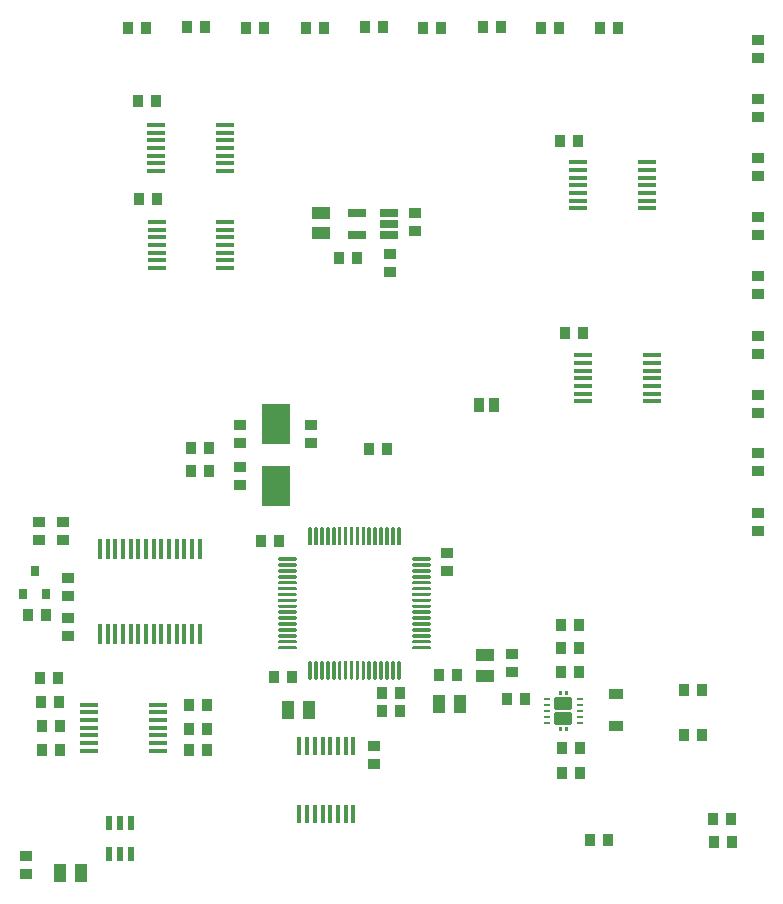
<source format=gbr>
G04 #@! TF.GenerationSoftware,KiCad,Pcbnew,5.1.9*
G04 #@! TF.CreationDate,2021-02-09T23:32:47+01:00*
G04 #@! TF.ProjectId,main_board,6d61696e-5f62-46f6-9172-642e6b696361,1*
G04 #@! TF.SameCoordinates,Original*
G04 #@! TF.FileFunction,Paste,Bot*
G04 #@! TF.FilePolarity,Positive*
%FSLAX46Y46*%
G04 Gerber Fmt 4.6, Leading zero omitted, Abs format (unit mm)*
G04 Created by KiCad (PCBNEW 5.1.9) date 2021-02-09 23:32:47*
%MOMM*%
%LPD*%
G01*
G04 APERTURE LIST*
%ADD10R,0.300000X1.500000*%
%ADD11R,1.500000X0.300000*%
%ADD12R,0.620000X1.220000*%
%ADD13R,1.066800X1.574800*%
%ADD14R,1.574800X1.066800*%
%ADD15R,1.066800X0.914400*%
%ADD16R,0.914400X1.066800*%
%ADD17R,0.970000X1.270000*%
%ADD18R,1.200000X0.900000*%
%ADD19R,0.800000X0.900000*%
%ADD20R,0.600000X0.240000*%
%ADD21R,1.560000X0.650000*%
%ADD22R,0.450000X1.750000*%
%ADD23R,2.400000X3.500000*%
G04 APERTURE END LIST*
D10*
X252979760Y-51435680D03*
X252979760Y-57235680D03*
X257529760Y-57235680D03*
X256879760Y-57235680D03*
X256229760Y-57235680D03*
X255579760Y-57235680D03*
X254929760Y-57235680D03*
X254279760Y-57235680D03*
X253629760Y-57235680D03*
X253629760Y-51435680D03*
X254279760Y-51435680D03*
X254929760Y-51435680D03*
X255579760Y-51435680D03*
X256229760Y-51435680D03*
X256879760Y-51435680D03*
X257529760Y-51435680D03*
D11*
X246704440Y-7072200D03*
X246704440Y-7722200D03*
X246704440Y-8372200D03*
X246704440Y-9022200D03*
X246704440Y-9672200D03*
X246704440Y-10322200D03*
X246704440Y-10972200D03*
X240904440Y-10972200D03*
X240904440Y-10322200D03*
X240904440Y-9672200D03*
X240904440Y-9022200D03*
X240904440Y-8372200D03*
X240904440Y-7722200D03*
X240904440Y-7072200D03*
X246658720Y1121840D03*
X246658720Y471840D03*
X246658720Y-178160D03*
X246658720Y-828160D03*
X246658720Y-1478160D03*
X246658720Y-2128160D03*
X246658720Y-2778160D03*
X240858720Y-2778160D03*
X240858720Y-2128160D03*
X240858720Y-1478160D03*
X240858720Y-828160D03*
X240858720Y-178160D03*
X240858720Y471840D03*
X240858720Y1121840D03*
X282397801Y-2017481D03*
X282397801Y-2667481D03*
X282397801Y-3317481D03*
X282397801Y-3967481D03*
X282397801Y-4617481D03*
X282397801Y-5267481D03*
X282397801Y-5917481D03*
X276597801Y-5917481D03*
X276597801Y-5267481D03*
X276597801Y-4617481D03*
X276597801Y-3967481D03*
X276597801Y-3317481D03*
X276597801Y-2667481D03*
X276597801Y-2017481D03*
X282782600Y-18370120D03*
X282782600Y-19020120D03*
X282782600Y-19670120D03*
X282782600Y-20320120D03*
X282782600Y-20970120D03*
X282782600Y-21620120D03*
X282782600Y-22270120D03*
X276982600Y-22270120D03*
X276982600Y-21620120D03*
X276982600Y-20970120D03*
X276982600Y-20320120D03*
X276982600Y-19670120D03*
X276982600Y-19020120D03*
X276982600Y-18370120D03*
X240999600Y-47940800D03*
X240999600Y-48590800D03*
X240999600Y-49240800D03*
X240999600Y-49890800D03*
X240999600Y-50540800D03*
X240999600Y-51190800D03*
X240999600Y-51840800D03*
X235199600Y-51840800D03*
X235199600Y-51190800D03*
X235199600Y-50540800D03*
X235199600Y-49890800D03*
X235199600Y-49240800D03*
X235199600Y-48590800D03*
X235199600Y-47940800D03*
D12*
X236829600Y-60557400D03*
X237779600Y-60557400D03*
X238729600Y-60557400D03*
X238729600Y-57937400D03*
X237779600Y-57937400D03*
X236829600Y-57937400D03*
D13*
X234442000Y-62214760D03*
X232714800Y-62214760D03*
X266527280Y-47919640D03*
X264800080Y-47919640D03*
D14*
X268686280Y-45496480D03*
X268686280Y-43769280D03*
D13*
X252018800Y-48427640D03*
X253746000Y-48427640D03*
D14*
X254802640Y-8016240D03*
X254802640Y-6289040D03*
D15*
X230886000Y-32512000D03*
X230886000Y-34036000D03*
D16*
X275198840Y-51643280D03*
X276722840Y-51643280D03*
X275198840Y-53726080D03*
X276722840Y-53726080D03*
X275148040Y-41178480D03*
X276672040Y-41178480D03*
X275148040Y-45166280D03*
X276672040Y-45166280D03*
X275148040Y-43185080D03*
X276672040Y-43185080D03*
X275056600Y-218440D03*
X276580600Y-218440D03*
X239379760Y-5140960D03*
X240903760Y-5140960D03*
D15*
X265470640Y-35097720D03*
X265470640Y-36621720D03*
D16*
X250825000Y-45598080D03*
X252349000Y-45598080D03*
X239318800Y3185160D03*
X240842800Y3185160D03*
X288042240Y-59582080D03*
X289566240Y-59582080D03*
D15*
X247980200Y-27843480D03*
X247980200Y-29367480D03*
X247980200Y-25760680D03*
X247980200Y-24236680D03*
D16*
X245292880Y-28183840D03*
X243768880Y-28183840D03*
X243773960Y-26238200D03*
X245297960Y-26238200D03*
X266273280Y-45476160D03*
X264749280Y-45476160D03*
X249732800Y-34091880D03*
X251256800Y-34091880D03*
X275468080Y-16489680D03*
X276992080Y-16489680D03*
D15*
X262773160Y-7833360D03*
X262773160Y-6309360D03*
D16*
X231038400Y-45720000D03*
X232562400Y-45720000D03*
D15*
X259262880Y-52943760D03*
X259262880Y-51419760D03*
X232918000Y-32512000D03*
X232918000Y-34036000D03*
X229814120Y-62283340D03*
X229814120Y-60759340D03*
D16*
X272084800Y-47498000D03*
X270560800Y-47498000D03*
X264972165Y9342120D03*
X263448165Y9342120D03*
D17*
X268198680Y-22590760D03*
X269478680Y-22590760D03*
D18*
X279745440Y-49742080D03*
X279745440Y-47042080D03*
D19*
X230550720Y-36612320D03*
X229600720Y-38612320D03*
X231500720Y-38612320D03*
D20*
X273900440Y-47493680D03*
X273900440Y-47993680D03*
X273900440Y-48493680D03*
X273900440Y-48993680D03*
X273900440Y-49493680D03*
X276700440Y-49493680D03*
X276700440Y-48993680D03*
X276700440Y-48493680D03*
X276700440Y-47993680D03*
X276700440Y-47493680D03*
G36*
G01*
X275175440Y-49878680D02*
X275175440Y-50168680D01*
G75*
G02*
X275150440Y-50193680I-25000J0D01*
G01*
X274950440Y-50193680D01*
G75*
G02*
X274925440Y-50168680I0J25000D01*
G01*
X274925440Y-49878680D01*
G75*
G02*
X274950440Y-49853680I25000J0D01*
G01*
X275150440Y-49853680D01*
G75*
G02*
X275175440Y-49878680I0J-25000D01*
G01*
G37*
G36*
G01*
X275675440Y-49878680D02*
X275675440Y-50168680D01*
G75*
G02*
X275650440Y-50193680I-25000J0D01*
G01*
X275450440Y-50193680D01*
G75*
G02*
X275425440Y-50168680I0J25000D01*
G01*
X275425440Y-49878680D01*
G75*
G02*
X275450440Y-49853680I25000J0D01*
G01*
X275650440Y-49853680D01*
G75*
G02*
X275675440Y-49878680I0J-25000D01*
G01*
G37*
G36*
G01*
X275175440Y-46818680D02*
X275175440Y-47108680D01*
G75*
G02*
X275150440Y-47133680I-25000J0D01*
G01*
X274950440Y-47133680D01*
G75*
G02*
X274925440Y-47108680I0J25000D01*
G01*
X274925440Y-46818680D01*
G75*
G02*
X274950440Y-46793680I25000J0D01*
G01*
X275150440Y-46793680D01*
G75*
G02*
X275175440Y-46818680I0J-25000D01*
G01*
G37*
G36*
G01*
X275675440Y-46818680D02*
X275675440Y-47108680D01*
G75*
G02*
X275650440Y-47133680I-25000J0D01*
G01*
X275450440Y-47133680D01*
G75*
G02*
X275425440Y-47108680I0J25000D01*
G01*
X275425440Y-46818680D01*
G75*
G02*
X275450440Y-46793680I25000J0D01*
G01*
X275650440Y-46793680D01*
G75*
G02*
X275675440Y-46818680I0J-25000D01*
G01*
G37*
G36*
G01*
X276050440Y-47439680D02*
X276050440Y-48287680D01*
G75*
G02*
X275944440Y-48393680I-106000J0D01*
G01*
X274656440Y-48393680D01*
G75*
G02*
X274550440Y-48287680I0J106000D01*
G01*
X274550440Y-47439680D01*
G75*
G02*
X274656440Y-47333680I106000J0D01*
G01*
X275944440Y-47333680D01*
G75*
G02*
X276050440Y-47439680I0J-106000D01*
G01*
G37*
G36*
G01*
X276050440Y-48699680D02*
X276050440Y-49547680D01*
G75*
G02*
X275944440Y-49653680I-106000J0D01*
G01*
X274656440Y-49653680D01*
G75*
G02*
X274550440Y-49547680I0J106000D01*
G01*
X274550440Y-48699680D01*
G75*
G02*
X274656440Y-48593680I106000J0D01*
G01*
X275944440Y-48593680D01*
G75*
G02*
X276050440Y-48699680I0J-106000D01*
G01*
G37*
G36*
G01*
X251257200Y-35470000D02*
X252657200Y-35470000D01*
G75*
G02*
X252732200Y-35545000I0J-75000D01*
G01*
X252732200Y-35695000D01*
G75*
G02*
X252657200Y-35770000I-75000J0D01*
G01*
X251257200Y-35770000D01*
G75*
G02*
X251182200Y-35695000I0J75000D01*
G01*
X251182200Y-35545000D01*
G75*
G02*
X251257200Y-35470000I75000J0D01*
G01*
G37*
G36*
G01*
X251257200Y-35970000D02*
X252657200Y-35970000D01*
G75*
G02*
X252732200Y-36045000I0J-75000D01*
G01*
X252732200Y-36195000D01*
G75*
G02*
X252657200Y-36270000I-75000J0D01*
G01*
X251257200Y-36270000D01*
G75*
G02*
X251182200Y-36195000I0J75000D01*
G01*
X251182200Y-36045000D01*
G75*
G02*
X251257200Y-35970000I75000J0D01*
G01*
G37*
G36*
G01*
X251257200Y-36470000D02*
X252657200Y-36470000D01*
G75*
G02*
X252732200Y-36545000I0J-75000D01*
G01*
X252732200Y-36695000D01*
G75*
G02*
X252657200Y-36770000I-75000J0D01*
G01*
X251257200Y-36770000D01*
G75*
G02*
X251182200Y-36695000I0J75000D01*
G01*
X251182200Y-36545000D01*
G75*
G02*
X251257200Y-36470000I75000J0D01*
G01*
G37*
G36*
G01*
X251257200Y-36970000D02*
X252657200Y-36970000D01*
G75*
G02*
X252732200Y-37045000I0J-75000D01*
G01*
X252732200Y-37195000D01*
G75*
G02*
X252657200Y-37270000I-75000J0D01*
G01*
X251257200Y-37270000D01*
G75*
G02*
X251182200Y-37195000I0J75000D01*
G01*
X251182200Y-37045000D01*
G75*
G02*
X251257200Y-36970000I75000J0D01*
G01*
G37*
G36*
G01*
X251257200Y-37470000D02*
X252657200Y-37470000D01*
G75*
G02*
X252732200Y-37545000I0J-75000D01*
G01*
X252732200Y-37695000D01*
G75*
G02*
X252657200Y-37770000I-75000J0D01*
G01*
X251257200Y-37770000D01*
G75*
G02*
X251182200Y-37695000I0J75000D01*
G01*
X251182200Y-37545000D01*
G75*
G02*
X251257200Y-37470000I75000J0D01*
G01*
G37*
G36*
G01*
X251257200Y-37970000D02*
X252657200Y-37970000D01*
G75*
G02*
X252732200Y-38045000I0J-75000D01*
G01*
X252732200Y-38195000D01*
G75*
G02*
X252657200Y-38270000I-75000J0D01*
G01*
X251257200Y-38270000D01*
G75*
G02*
X251182200Y-38195000I0J75000D01*
G01*
X251182200Y-38045000D01*
G75*
G02*
X251257200Y-37970000I75000J0D01*
G01*
G37*
G36*
G01*
X251257200Y-38470000D02*
X252657200Y-38470000D01*
G75*
G02*
X252732200Y-38545000I0J-75000D01*
G01*
X252732200Y-38695000D01*
G75*
G02*
X252657200Y-38770000I-75000J0D01*
G01*
X251257200Y-38770000D01*
G75*
G02*
X251182200Y-38695000I0J75000D01*
G01*
X251182200Y-38545000D01*
G75*
G02*
X251257200Y-38470000I75000J0D01*
G01*
G37*
G36*
G01*
X251257200Y-38970000D02*
X252657200Y-38970000D01*
G75*
G02*
X252732200Y-39045000I0J-75000D01*
G01*
X252732200Y-39195000D01*
G75*
G02*
X252657200Y-39270000I-75000J0D01*
G01*
X251257200Y-39270000D01*
G75*
G02*
X251182200Y-39195000I0J75000D01*
G01*
X251182200Y-39045000D01*
G75*
G02*
X251257200Y-38970000I75000J0D01*
G01*
G37*
G36*
G01*
X251257200Y-39470000D02*
X252657200Y-39470000D01*
G75*
G02*
X252732200Y-39545000I0J-75000D01*
G01*
X252732200Y-39695000D01*
G75*
G02*
X252657200Y-39770000I-75000J0D01*
G01*
X251257200Y-39770000D01*
G75*
G02*
X251182200Y-39695000I0J75000D01*
G01*
X251182200Y-39545000D01*
G75*
G02*
X251257200Y-39470000I75000J0D01*
G01*
G37*
G36*
G01*
X251257200Y-39970000D02*
X252657200Y-39970000D01*
G75*
G02*
X252732200Y-40045000I0J-75000D01*
G01*
X252732200Y-40195000D01*
G75*
G02*
X252657200Y-40270000I-75000J0D01*
G01*
X251257200Y-40270000D01*
G75*
G02*
X251182200Y-40195000I0J75000D01*
G01*
X251182200Y-40045000D01*
G75*
G02*
X251257200Y-39970000I75000J0D01*
G01*
G37*
G36*
G01*
X251257200Y-40470000D02*
X252657200Y-40470000D01*
G75*
G02*
X252732200Y-40545000I0J-75000D01*
G01*
X252732200Y-40695000D01*
G75*
G02*
X252657200Y-40770000I-75000J0D01*
G01*
X251257200Y-40770000D01*
G75*
G02*
X251182200Y-40695000I0J75000D01*
G01*
X251182200Y-40545000D01*
G75*
G02*
X251257200Y-40470000I75000J0D01*
G01*
G37*
G36*
G01*
X251257200Y-40970000D02*
X252657200Y-40970000D01*
G75*
G02*
X252732200Y-41045000I0J-75000D01*
G01*
X252732200Y-41195000D01*
G75*
G02*
X252657200Y-41270000I-75000J0D01*
G01*
X251257200Y-41270000D01*
G75*
G02*
X251182200Y-41195000I0J75000D01*
G01*
X251182200Y-41045000D01*
G75*
G02*
X251257200Y-40970000I75000J0D01*
G01*
G37*
G36*
G01*
X251257200Y-41470000D02*
X252657200Y-41470000D01*
G75*
G02*
X252732200Y-41545000I0J-75000D01*
G01*
X252732200Y-41695000D01*
G75*
G02*
X252657200Y-41770000I-75000J0D01*
G01*
X251257200Y-41770000D01*
G75*
G02*
X251182200Y-41695000I0J75000D01*
G01*
X251182200Y-41545000D01*
G75*
G02*
X251257200Y-41470000I75000J0D01*
G01*
G37*
G36*
G01*
X251257200Y-41970000D02*
X252657200Y-41970000D01*
G75*
G02*
X252732200Y-42045000I0J-75000D01*
G01*
X252732200Y-42195000D01*
G75*
G02*
X252657200Y-42270000I-75000J0D01*
G01*
X251257200Y-42270000D01*
G75*
G02*
X251182200Y-42195000I0J75000D01*
G01*
X251182200Y-42045000D01*
G75*
G02*
X251257200Y-41970000I75000J0D01*
G01*
G37*
G36*
G01*
X251257200Y-42470000D02*
X252657200Y-42470000D01*
G75*
G02*
X252732200Y-42545000I0J-75000D01*
G01*
X252732200Y-42695000D01*
G75*
G02*
X252657200Y-42770000I-75000J0D01*
G01*
X251257200Y-42770000D01*
G75*
G02*
X251182200Y-42695000I0J75000D01*
G01*
X251182200Y-42545000D01*
G75*
G02*
X251257200Y-42470000I75000J0D01*
G01*
G37*
G36*
G01*
X251257200Y-42970000D02*
X252657200Y-42970000D01*
G75*
G02*
X252732200Y-43045000I0J-75000D01*
G01*
X252732200Y-43195000D01*
G75*
G02*
X252657200Y-43270000I-75000J0D01*
G01*
X251257200Y-43270000D01*
G75*
G02*
X251182200Y-43195000I0J75000D01*
G01*
X251182200Y-43045000D01*
G75*
G02*
X251257200Y-42970000I75000J0D01*
G01*
G37*
G36*
G01*
X253807200Y-44270000D02*
X253957200Y-44270000D01*
G75*
G02*
X254032200Y-44345000I0J-75000D01*
G01*
X254032200Y-45745000D01*
G75*
G02*
X253957200Y-45820000I-75000J0D01*
G01*
X253807200Y-45820000D01*
G75*
G02*
X253732200Y-45745000I0J75000D01*
G01*
X253732200Y-44345000D01*
G75*
G02*
X253807200Y-44270000I75000J0D01*
G01*
G37*
G36*
G01*
X254307200Y-44270000D02*
X254457200Y-44270000D01*
G75*
G02*
X254532200Y-44345000I0J-75000D01*
G01*
X254532200Y-45745000D01*
G75*
G02*
X254457200Y-45820000I-75000J0D01*
G01*
X254307200Y-45820000D01*
G75*
G02*
X254232200Y-45745000I0J75000D01*
G01*
X254232200Y-44345000D01*
G75*
G02*
X254307200Y-44270000I75000J0D01*
G01*
G37*
G36*
G01*
X254807200Y-44270000D02*
X254957200Y-44270000D01*
G75*
G02*
X255032200Y-44345000I0J-75000D01*
G01*
X255032200Y-45745000D01*
G75*
G02*
X254957200Y-45820000I-75000J0D01*
G01*
X254807200Y-45820000D01*
G75*
G02*
X254732200Y-45745000I0J75000D01*
G01*
X254732200Y-44345000D01*
G75*
G02*
X254807200Y-44270000I75000J0D01*
G01*
G37*
G36*
G01*
X255307200Y-44270000D02*
X255457200Y-44270000D01*
G75*
G02*
X255532200Y-44345000I0J-75000D01*
G01*
X255532200Y-45745000D01*
G75*
G02*
X255457200Y-45820000I-75000J0D01*
G01*
X255307200Y-45820000D01*
G75*
G02*
X255232200Y-45745000I0J75000D01*
G01*
X255232200Y-44345000D01*
G75*
G02*
X255307200Y-44270000I75000J0D01*
G01*
G37*
G36*
G01*
X255807200Y-44270000D02*
X255957200Y-44270000D01*
G75*
G02*
X256032200Y-44345000I0J-75000D01*
G01*
X256032200Y-45745000D01*
G75*
G02*
X255957200Y-45820000I-75000J0D01*
G01*
X255807200Y-45820000D01*
G75*
G02*
X255732200Y-45745000I0J75000D01*
G01*
X255732200Y-44345000D01*
G75*
G02*
X255807200Y-44270000I75000J0D01*
G01*
G37*
G36*
G01*
X256307200Y-44270000D02*
X256457200Y-44270000D01*
G75*
G02*
X256532200Y-44345000I0J-75000D01*
G01*
X256532200Y-45745000D01*
G75*
G02*
X256457200Y-45820000I-75000J0D01*
G01*
X256307200Y-45820000D01*
G75*
G02*
X256232200Y-45745000I0J75000D01*
G01*
X256232200Y-44345000D01*
G75*
G02*
X256307200Y-44270000I75000J0D01*
G01*
G37*
G36*
G01*
X256807200Y-44270000D02*
X256957200Y-44270000D01*
G75*
G02*
X257032200Y-44345000I0J-75000D01*
G01*
X257032200Y-45745000D01*
G75*
G02*
X256957200Y-45820000I-75000J0D01*
G01*
X256807200Y-45820000D01*
G75*
G02*
X256732200Y-45745000I0J75000D01*
G01*
X256732200Y-44345000D01*
G75*
G02*
X256807200Y-44270000I75000J0D01*
G01*
G37*
G36*
G01*
X257307200Y-44270000D02*
X257457200Y-44270000D01*
G75*
G02*
X257532200Y-44345000I0J-75000D01*
G01*
X257532200Y-45745000D01*
G75*
G02*
X257457200Y-45820000I-75000J0D01*
G01*
X257307200Y-45820000D01*
G75*
G02*
X257232200Y-45745000I0J75000D01*
G01*
X257232200Y-44345000D01*
G75*
G02*
X257307200Y-44270000I75000J0D01*
G01*
G37*
G36*
G01*
X257807200Y-44270000D02*
X257957200Y-44270000D01*
G75*
G02*
X258032200Y-44345000I0J-75000D01*
G01*
X258032200Y-45745000D01*
G75*
G02*
X257957200Y-45820000I-75000J0D01*
G01*
X257807200Y-45820000D01*
G75*
G02*
X257732200Y-45745000I0J75000D01*
G01*
X257732200Y-44345000D01*
G75*
G02*
X257807200Y-44270000I75000J0D01*
G01*
G37*
G36*
G01*
X258307200Y-44270000D02*
X258457200Y-44270000D01*
G75*
G02*
X258532200Y-44345000I0J-75000D01*
G01*
X258532200Y-45745000D01*
G75*
G02*
X258457200Y-45820000I-75000J0D01*
G01*
X258307200Y-45820000D01*
G75*
G02*
X258232200Y-45745000I0J75000D01*
G01*
X258232200Y-44345000D01*
G75*
G02*
X258307200Y-44270000I75000J0D01*
G01*
G37*
G36*
G01*
X258807200Y-44270000D02*
X258957200Y-44270000D01*
G75*
G02*
X259032200Y-44345000I0J-75000D01*
G01*
X259032200Y-45745000D01*
G75*
G02*
X258957200Y-45820000I-75000J0D01*
G01*
X258807200Y-45820000D01*
G75*
G02*
X258732200Y-45745000I0J75000D01*
G01*
X258732200Y-44345000D01*
G75*
G02*
X258807200Y-44270000I75000J0D01*
G01*
G37*
G36*
G01*
X259307200Y-44270000D02*
X259457200Y-44270000D01*
G75*
G02*
X259532200Y-44345000I0J-75000D01*
G01*
X259532200Y-45745000D01*
G75*
G02*
X259457200Y-45820000I-75000J0D01*
G01*
X259307200Y-45820000D01*
G75*
G02*
X259232200Y-45745000I0J75000D01*
G01*
X259232200Y-44345000D01*
G75*
G02*
X259307200Y-44270000I75000J0D01*
G01*
G37*
G36*
G01*
X259807200Y-44270000D02*
X259957200Y-44270000D01*
G75*
G02*
X260032200Y-44345000I0J-75000D01*
G01*
X260032200Y-45745000D01*
G75*
G02*
X259957200Y-45820000I-75000J0D01*
G01*
X259807200Y-45820000D01*
G75*
G02*
X259732200Y-45745000I0J75000D01*
G01*
X259732200Y-44345000D01*
G75*
G02*
X259807200Y-44270000I75000J0D01*
G01*
G37*
G36*
G01*
X260307200Y-44270000D02*
X260457200Y-44270000D01*
G75*
G02*
X260532200Y-44345000I0J-75000D01*
G01*
X260532200Y-45745000D01*
G75*
G02*
X260457200Y-45820000I-75000J0D01*
G01*
X260307200Y-45820000D01*
G75*
G02*
X260232200Y-45745000I0J75000D01*
G01*
X260232200Y-44345000D01*
G75*
G02*
X260307200Y-44270000I75000J0D01*
G01*
G37*
G36*
G01*
X260807200Y-44270000D02*
X260957200Y-44270000D01*
G75*
G02*
X261032200Y-44345000I0J-75000D01*
G01*
X261032200Y-45745000D01*
G75*
G02*
X260957200Y-45820000I-75000J0D01*
G01*
X260807200Y-45820000D01*
G75*
G02*
X260732200Y-45745000I0J75000D01*
G01*
X260732200Y-44345000D01*
G75*
G02*
X260807200Y-44270000I75000J0D01*
G01*
G37*
G36*
G01*
X261307200Y-44270000D02*
X261457200Y-44270000D01*
G75*
G02*
X261532200Y-44345000I0J-75000D01*
G01*
X261532200Y-45745000D01*
G75*
G02*
X261457200Y-45820000I-75000J0D01*
G01*
X261307200Y-45820000D01*
G75*
G02*
X261232200Y-45745000I0J75000D01*
G01*
X261232200Y-44345000D01*
G75*
G02*
X261307200Y-44270000I75000J0D01*
G01*
G37*
G36*
G01*
X262607200Y-42970000D02*
X264007200Y-42970000D01*
G75*
G02*
X264082200Y-43045000I0J-75000D01*
G01*
X264082200Y-43195000D01*
G75*
G02*
X264007200Y-43270000I-75000J0D01*
G01*
X262607200Y-43270000D01*
G75*
G02*
X262532200Y-43195000I0J75000D01*
G01*
X262532200Y-43045000D01*
G75*
G02*
X262607200Y-42970000I75000J0D01*
G01*
G37*
G36*
G01*
X262607200Y-42470000D02*
X264007200Y-42470000D01*
G75*
G02*
X264082200Y-42545000I0J-75000D01*
G01*
X264082200Y-42695000D01*
G75*
G02*
X264007200Y-42770000I-75000J0D01*
G01*
X262607200Y-42770000D01*
G75*
G02*
X262532200Y-42695000I0J75000D01*
G01*
X262532200Y-42545000D01*
G75*
G02*
X262607200Y-42470000I75000J0D01*
G01*
G37*
G36*
G01*
X262607200Y-41970000D02*
X264007200Y-41970000D01*
G75*
G02*
X264082200Y-42045000I0J-75000D01*
G01*
X264082200Y-42195000D01*
G75*
G02*
X264007200Y-42270000I-75000J0D01*
G01*
X262607200Y-42270000D01*
G75*
G02*
X262532200Y-42195000I0J75000D01*
G01*
X262532200Y-42045000D01*
G75*
G02*
X262607200Y-41970000I75000J0D01*
G01*
G37*
G36*
G01*
X262607200Y-41470000D02*
X264007200Y-41470000D01*
G75*
G02*
X264082200Y-41545000I0J-75000D01*
G01*
X264082200Y-41695000D01*
G75*
G02*
X264007200Y-41770000I-75000J0D01*
G01*
X262607200Y-41770000D01*
G75*
G02*
X262532200Y-41695000I0J75000D01*
G01*
X262532200Y-41545000D01*
G75*
G02*
X262607200Y-41470000I75000J0D01*
G01*
G37*
G36*
G01*
X262607200Y-40970000D02*
X264007200Y-40970000D01*
G75*
G02*
X264082200Y-41045000I0J-75000D01*
G01*
X264082200Y-41195000D01*
G75*
G02*
X264007200Y-41270000I-75000J0D01*
G01*
X262607200Y-41270000D01*
G75*
G02*
X262532200Y-41195000I0J75000D01*
G01*
X262532200Y-41045000D01*
G75*
G02*
X262607200Y-40970000I75000J0D01*
G01*
G37*
G36*
G01*
X262607200Y-40470000D02*
X264007200Y-40470000D01*
G75*
G02*
X264082200Y-40545000I0J-75000D01*
G01*
X264082200Y-40695000D01*
G75*
G02*
X264007200Y-40770000I-75000J0D01*
G01*
X262607200Y-40770000D01*
G75*
G02*
X262532200Y-40695000I0J75000D01*
G01*
X262532200Y-40545000D01*
G75*
G02*
X262607200Y-40470000I75000J0D01*
G01*
G37*
G36*
G01*
X262607200Y-39970000D02*
X264007200Y-39970000D01*
G75*
G02*
X264082200Y-40045000I0J-75000D01*
G01*
X264082200Y-40195000D01*
G75*
G02*
X264007200Y-40270000I-75000J0D01*
G01*
X262607200Y-40270000D01*
G75*
G02*
X262532200Y-40195000I0J75000D01*
G01*
X262532200Y-40045000D01*
G75*
G02*
X262607200Y-39970000I75000J0D01*
G01*
G37*
G36*
G01*
X262607200Y-39470000D02*
X264007200Y-39470000D01*
G75*
G02*
X264082200Y-39545000I0J-75000D01*
G01*
X264082200Y-39695000D01*
G75*
G02*
X264007200Y-39770000I-75000J0D01*
G01*
X262607200Y-39770000D01*
G75*
G02*
X262532200Y-39695000I0J75000D01*
G01*
X262532200Y-39545000D01*
G75*
G02*
X262607200Y-39470000I75000J0D01*
G01*
G37*
G36*
G01*
X262607200Y-38970000D02*
X264007200Y-38970000D01*
G75*
G02*
X264082200Y-39045000I0J-75000D01*
G01*
X264082200Y-39195000D01*
G75*
G02*
X264007200Y-39270000I-75000J0D01*
G01*
X262607200Y-39270000D01*
G75*
G02*
X262532200Y-39195000I0J75000D01*
G01*
X262532200Y-39045000D01*
G75*
G02*
X262607200Y-38970000I75000J0D01*
G01*
G37*
G36*
G01*
X262607200Y-38470000D02*
X264007200Y-38470000D01*
G75*
G02*
X264082200Y-38545000I0J-75000D01*
G01*
X264082200Y-38695000D01*
G75*
G02*
X264007200Y-38770000I-75000J0D01*
G01*
X262607200Y-38770000D01*
G75*
G02*
X262532200Y-38695000I0J75000D01*
G01*
X262532200Y-38545000D01*
G75*
G02*
X262607200Y-38470000I75000J0D01*
G01*
G37*
G36*
G01*
X262607200Y-37970000D02*
X264007200Y-37970000D01*
G75*
G02*
X264082200Y-38045000I0J-75000D01*
G01*
X264082200Y-38195000D01*
G75*
G02*
X264007200Y-38270000I-75000J0D01*
G01*
X262607200Y-38270000D01*
G75*
G02*
X262532200Y-38195000I0J75000D01*
G01*
X262532200Y-38045000D01*
G75*
G02*
X262607200Y-37970000I75000J0D01*
G01*
G37*
G36*
G01*
X262607200Y-37470000D02*
X264007200Y-37470000D01*
G75*
G02*
X264082200Y-37545000I0J-75000D01*
G01*
X264082200Y-37695000D01*
G75*
G02*
X264007200Y-37770000I-75000J0D01*
G01*
X262607200Y-37770000D01*
G75*
G02*
X262532200Y-37695000I0J75000D01*
G01*
X262532200Y-37545000D01*
G75*
G02*
X262607200Y-37470000I75000J0D01*
G01*
G37*
G36*
G01*
X262607200Y-36970000D02*
X264007200Y-36970000D01*
G75*
G02*
X264082200Y-37045000I0J-75000D01*
G01*
X264082200Y-37195000D01*
G75*
G02*
X264007200Y-37270000I-75000J0D01*
G01*
X262607200Y-37270000D01*
G75*
G02*
X262532200Y-37195000I0J75000D01*
G01*
X262532200Y-37045000D01*
G75*
G02*
X262607200Y-36970000I75000J0D01*
G01*
G37*
G36*
G01*
X262607200Y-36470000D02*
X264007200Y-36470000D01*
G75*
G02*
X264082200Y-36545000I0J-75000D01*
G01*
X264082200Y-36695000D01*
G75*
G02*
X264007200Y-36770000I-75000J0D01*
G01*
X262607200Y-36770000D01*
G75*
G02*
X262532200Y-36695000I0J75000D01*
G01*
X262532200Y-36545000D01*
G75*
G02*
X262607200Y-36470000I75000J0D01*
G01*
G37*
G36*
G01*
X262607200Y-35970000D02*
X264007200Y-35970000D01*
G75*
G02*
X264082200Y-36045000I0J-75000D01*
G01*
X264082200Y-36195000D01*
G75*
G02*
X264007200Y-36270000I-75000J0D01*
G01*
X262607200Y-36270000D01*
G75*
G02*
X262532200Y-36195000I0J75000D01*
G01*
X262532200Y-36045000D01*
G75*
G02*
X262607200Y-35970000I75000J0D01*
G01*
G37*
G36*
G01*
X262607200Y-35470000D02*
X264007200Y-35470000D01*
G75*
G02*
X264082200Y-35545000I0J-75000D01*
G01*
X264082200Y-35695000D01*
G75*
G02*
X264007200Y-35770000I-75000J0D01*
G01*
X262607200Y-35770000D01*
G75*
G02*
X262532200Y-35695000I0J75000D01*
G01*
X262532200Y-35545000D01*
G75*
G02*
X262607200Y-35470000I75000J0D01*
G01*
G37*
G36*
G01*
X261307200Y-32920000D02*
X261457200Y-32920000D01*
G75*
G02*
X261532200Y-32995000I0J-75000D01*
G01*
X261532200Y-34395000D01*
G75*
G02*
X261457200Y-34470000I-75000J0D01*
G01*
X261307200Y-34470000D01*
G75*
G02*
X261232200Y-34395000I0J75000D01*
G01*
X261232200Y-32995000D01*
G75*
G02*
X261307200Y-32920000I75000J0D01*
G01*
G37*
G36*
G01*
X260807200Y-32920000D02*
X260957200Y-32920000D01*
G75*
G02*
X261032200Y-32995000I0J-75000D01*
G01*
X261032200Y-34395000D01*
G75*
G02*
X260957200Y-34470000I-75000J0D01*
G01*
X260807200Y-34470000D01*
G75*
G02*
X260732200Y-34395000I0J75000D01*
G01*
X260732200Y-32995000D01*
G75*
G02*
X260807200Y-32920000I75000J0D01*
G01*
G37*
G36*
G01*
X260307200Y-32920000D02*
X260457200Y-32920000D01*
G75*
G02*
X260532200Y-32995000I0J-75000D01*
G01*
X260532200Y-34395000D01*
G75*
G02*
X260457200Y-34470000I-75000J0D01*
G01*
X260307200Y-34470000D01*
G75*
G02*
X260232200Y-34395000I0J75000D01*
G01*
X260232200Y-32995000D01*
G75*
G02*
X260307200Y-32920000I75000J0D01*
G01*
G37*
G36*
G01*
X259807200Y-32920000D02*
X259957200Y-32920000D01*
G75*
G02*
X260032200Y-32995000I0J-75000D01*
G01*
X260032200Y-34395000D01*
G75*
G02*
X259957200Y-34470000I-75000J0D01*
G01*
X259807200Y-34470000D01*
G75*
G02*
X259732200Y-34395000I0J75000D01*
G01*
X259732200Y-32995000D01*
G75*
G02*
X259807200Y-32920000I75000J0D01*
G01*
G37*
G36*
G01*
X259307200Y-32920000D02*
X259457200Y-32920000D01*
G75*
G02*
X259532200Y-32995000I0J-75000D01*
G01*
X259532200Y-34395000D01*
G75*
G02*
X259457200Y-34470000I-75000J0D01*
G01*
X259307200Y-34470000D01*
G75*
G02*
X259232200Y-34395000I0J75000D01*
G01*
X259232200Y-32995000D01*
G75*
G02*
X259307200Y-32920000I75000J0D01*
G01*
G37*
G36*
G01*
X258807200Y-32920000D02*
X258957200Y-32920000D01*
G75*
G02*
X259032200Y-32995000I0J-75000D01*
G01*
X259032200Y-34395000D01*
G75*
G02*
X258957200Y-34470000I-75000J0D01*
G01*
X258807200Y-34470000D01*
G75*
G02*
X258732200Y-34395000I0J75000D01*
G01*
X258732200Y-32995000D01*
G75*
G02*
X258807200Y-32920000I75000J0D01*
G01*
G37*
G36*
G01*
X258307200Y-32920000D02*
X258457200Y-32920000D01*
G75*
G02*
X258532200Y-32995000I0J-75000D01*
G01*
X258532200Y-34395000D01*
G75*
G02*
X258457200Y-34470000I-75000J0D01*
G01*
X258307200Y-34470000D01*
G75*
G02*
X258232200Y-34395000I0J75000D01*
G01*
X258232200Y-32995000D01*
G75*
G02*
X258307200Y-32920000I75000J0D01*
G01*
G37*
G36*
G01*
X257807200Y-32920000D02*
X257957200Y-32920000D01*
G75*
G02*
X258032200Y-32995000I0J-75000D01*
G01*
X258032200Y-34395000D01*
G75*
G02*
X257957200Y-34470000I-75000J0D01*
G01*
X257807200Y-34470000D01*
G75*
G02*
X257732200Y-34395000I0J75000D01*
G01*
X257732200Y-32995000D01*
G75*
G02*
X257807200Y-32920000I75000J0D01*
G01*
G37*
G36*
G01*
X257307200Y-32920000D02*
X257457200Y-32920000D01*
G75*
G02*
X257532200Y-32995000I0J-75000D01*
G01*
X257532200Y-34395000D01*
G75*
G02*
X257457200Y-34470000I-75000J0D01*
G01*
X257307200Y-34470000D01*
G75*
G02*
X257232200Y-34395000I0J75000D01*
G01*
X257232200Y-32995000D01*
G75*
G02*
X257307200Y-32920000I75000J0D01*
G01*
G37*
G36*
G01*
X256807200Y-32920000D02*
X256957200Y-32920000D01*
G75*
G02*
X257032200Y-32995000I0J-75000D01*
G01*
X257032200Y-34395000D01*
G75*
G02*
X256957200Y-34470000I-75000J0D01*
G01*
X256807200Y-34470000D01*
G75*
G02*
X256732200Y-34395000I0J75000D01*
G01*
X256732200Y-32995000D01*
G75*
G02*
X256807200Y-32920000I75000J0D01*
G01*
G37*
G36*
G01*
X256307200Y-32920000D02*
X256457200Y-32920000D01*
G75*
G02*
X256532200Y-32995000I0J-75000D01*
G01*
X256532200Y-34395000D01*
G75*
G02*
X256457200Y-34470000I-75000J0D01*
G01*
X256307200Y-34470000D01*
G75*
G02*
X256232200Y-34395000I0J75000D01*
G01*
X256232200Y-32995000D01*
G75*
G02*
X256307200Y-32920000I75000J0D01*
G01*
G37*
G36*
G01*
X255807200Y-32920000D02*
X255957200Y-32920000D01*
G75*
G02*
X256032200Y-32995000I0J-75000D01*
G01*
X256032200Y-34395000D01*
G75*
G02*
X255957200Y-34470000I-75000J0D01*
G01*
X255807200Y-34470000D01*
G75*
G02*
X255732200Y-34395000I0J75000D01*
G01*
X255732200Y-32995000D01*
G75*
G02*
X255807200Y-32920000I75000J0D01*
G01*
G37*
G36*
G01*
X255307200Y-32920000D02*
X255457200Y-32920000D01*
G75*
G02*
X255532200Y-32995000I0J-75000D01*
G01*
X255532200Y-34395000D01*
G75*
G02*
X255457200Y-34470000I-75000J0D01*
G01*
X255307200Y-34470000D01*
G75*
G02*
X255232200Y-34395000I0J75000D01*
G01*
X255232200Y-32995000D01*
G75*
G02*
X255307200Y-32920000I75000J0D01*
G01*
G37*
G36*
G01*
X254807200Y-32920000D02*
X254957200Y-32920000D01*
G75*
G02*
X255032200Y-32995000I0J-75000D01*
G01*
X255032200Y-34395000D01*
G75*
G02*
X254957200Y-34470000I-75000J0D01*
G01*
X254807200Y-34470000D01*
G75*
G02*
X254732200Y-34395000I0J75000D01*
G01*
X254732200Y-32995000D01*
G75*
G02*
X254807200Y-32920000I75000J0D01*
G01*
G37*
G36*
G01*
X254307200Y-32920000D02*
X254457200Y-32920000D01*
G75*
G02*
X254532200Y-32995000I0J-75000D01*
G01*
X254532200Y-34395000D01*
G75*
G02*
X254457200Y-34470000I-75000J0D01*
G01*
X254307200Y-34470000D01*
G75*
G02*
X254232200Y-34395000I0J75000D01*
G01*
X254232200Y-32995000D01*
G75*
G02*
X254307200Y-32920000I75000J0D01*
G01*
G37*
G36*
G01*
X253807200Y-32920000D02*
X253957200Y-32920000D01*
G75*
G02*
X254032200Y-32995000I0J-75000D01*
G01*
X254032200Y-34395000D01*
G75*
G02*
X253957200Y-34470000I-75000J0D01*
G01*
X253807200Y-34470000D01*
G75*
G02*
X253732200Y-34395000I0J75000D01*
G01*
X253732200Y-32995000D01*
G75*
G02*
X253807200Y-32920000I75000J0D01*
G01*
G37*
D21*
X257882400Y-6283920D03*
X257882400Y-8183920D03*
X260582400Y-8183920D03*
X260582400Y-7233920D03*
X260582400Y-6283920D03*
D22*
X236084400Y-34804800D03*
X236734400Y-34804800D03*
X237384400Y-34804800D03*
X238034400Y-34804800D03*
X238684400Y-34804800D03*
X239334400Y-34804800D03*
X239984400Y-34804800D03*
X240634400Y-34804800D03*
X241284400Y-34804800D03*
X241934400Y-34804800D03*
X242584400Y-34804800D03*
X243234400Y-34804800D03*
X243884400Y-34804800D03*
X244534400Y-34804800D03*
X244534400Y-42004800D03*
X243884400Y-42004800D03*
X243234400Y-42004800D03*
X242584400Y-42004800D03*
X241934400Y-42004800D03*
X241284400Y-42004800D03*
X240634400Y-42004800D03*
X239984400Y-42004800D03*
X239334400Y-42004800D03*
X238684400Y-42004800D03*
X238034400Y-42004800D03*
X237384400Y-42004800D03*
X236734400Y-42004800D03*
X236084400Y-42004800D03*
D23*
X251028200Y-29427480D03*
X251028200Y-24227480D03*
D16*
X260032500Y9398000D03*
X258508500Y9398000D03*
X274955000Y9334500D03*
X273431000Y9334500D03*
X268478000Y9398000D03*
X270002000Y9398000D03*
D15*
X291782500Y-11684000D03*
X291782500Y-13208000D03*
X291782500Y-8191500D03*
X291782500Y-6667500D03*
X291782500Y3302000D03*
X291782500Y1778000D03*
X291782500Y6794500D03*
X291782500Y8318500D03*
X291782500Y-21717000D03*
X291782500Y-23241000D03*
X291782500Y-18224500D03*
X291782500Y-16700500D03*
X291782500Y-26670000D03*
X291782500Y-28194000D03*
X291782500Y-33210500D03*
X291782500Y-31686500D03*
D16*
X278447500Y9334500D03*
X279971500Y9334500D03*
D15*
X291782500Y-3175000D03*
X291782500Y-1651000D03*
D16*
X239966500Y9334500D03*
X238442500Y9334500D03*
X243459000Y9398000D03*
X244983000Y9398000D03*
X248475500Y9334500D03*
X249999500Y9334500D03*
X255016000Y9334500D03*
X253492000Y9334500D03*
X287972500Y-57658000D03*
X289496500Y-57658000D03*
D15*
X253936500Y-24257000D03*
X253936500Y-25781000D03*
X270954500Y-45212000D03*
X270954500Y-43688000D03*
D16*
X277558500Y-59436000D03*
X279082500Y-59436000D03*
X285496000Y-46736000D03*
X287020000Y-46736000D03*
X287020000Y-50546000D03*
X285496000Y-50546000D03*
X258826000Y-26276300D03*
X260350000Y-26276300D03*
X257873500Y-10096500D03*
X256349500Y-10096500D03*
D15*
X260604000Y-11303000D03*
X260604000Y-9779000D03*
D16*
X243586000Y-51816000D03*
X245110000Y-51816000D03*
X231076500Y-47688500D03*
X232600500Y-47688500D03*
D15*
X233362500Y-38735000D03*
X233362500Y-37211000D03*
X233362500Y-42100500D03*
X233362500Y-40576500D03*
D16*
X231521000Y-40386000D03*
X229997000Y-40386000D03*
X261493000Y-48450500D03*
X259969000Y-48450500D03*
X259969000Y-46926500D03*
X261493000Y-46926500D03*
X245110000Y-48006000D03*
X243586000Y-48006000D03*
X243586000Y-49974500D03*
X245110000Y-49974500D03*
X231140000Y-51752500D03*
X232664000Y-51752500D03*
X231140000Y-49720500D03*
X232664000Y-49720500D03*
M02*

</source>
